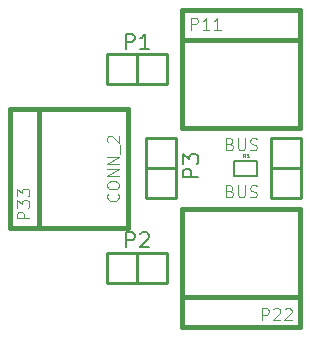
<source format=gto>
%FSLAX34Y34*%
G04 Gerber Fmt 3.4, Leading zero omitted, Abs format*
G04 (created by PCBNEW (2014-03-19 BZR 4756)-product) date Sun 06 Jul 2014 23:01:42 BST*
%MOIN*%
G01*
G70*
G90*
G04 APERTURE LIST*
%ADD10C,0.005906*%
%ADD11C,0.010000*%
%ADD12C,0.015000*%
%ADD13C,0.008000*%
%ADD14C,0.003500*%
%ADD15C,0.003000*%
G04 APERTURE END LIST*
G54D10*
G54D11*
X55775Y-44803D02*
X54775Y-44803D01*
X55775Y-43803D02*
X54775Y-43803D01*
X54775Y-43803D02*
X54775Y-44803D01*
X54775Y-44803D02*
X54775Y-45803D01*
X54775Y-45803D02*
X55775Y-45803D01*
X55775Y-45803D02*
X55775Y-43803D01*
X50314Y-40996D02*
X50314Y-41996D01*
X49314Y-40996D02*
X49314Y-41996D01*
X49314Y-41996D02*
X50314Y-41996D01*
X50314Y-41996D02*
X51314Y-41996D01*
X51314Y-41996D02*
X51314Y-40996D01*
X51314Y-40996D02*
X49314Y-40996D01*
X50314Y-47610D02*
X50314Y-48610D01*
X49314Y-47610D02*
X49314Y-48610D01*
X49314Y-48610D02*
X50314Y-48610D01*
X50314Y-48610D02*
X51314Y-48610D01*
X51314Y-48610D02*
X51314Y-47610D01*
X51314Y-47610D02*
X49314Y-47610D01*
X50602Y-44803D02*
X51602Y-44803D01*
X50602Y-45803D02*
X51602Y-45803D01*
X51602Y-45803D02*
X51602Y-44803D01*
X51602Y-44803D02*
X51602Y-43803D01*
X51602Y-43803D02*
X50602Y-43803D01*
X50602Y-43803D02*
X50602Y-45803D01*
G54D12*
X51810Y-40512D02*
X55748Y-40512D01*
X51810Y-39527D02*
X51810Y-43465D01*
X51810Y-43465D02*
X55748Y-43465D01*
X55748Y-43465D02*
X55748Y-39527D01*
X55748Y-39527D02*
X51810Y-39527D01*
X55748Y-49094D02*
X51810Y-49094D01*
X55748Y-50079D02*
X55748Y-46141D01*
X55748Y-46141D02*
X51810Y-46141D01*
X51810Y-46141D02*
X51810Y-50079D01*
X51810Y-50079D02*
X55748Y-50079D01*
X47047Y-46772D02*
X47047Y-42834D01*
X46062Y-46772D02*
X50000Y-46772D01*
X50000Y-46772D02*
X50000Y-42834D01*
X50000Y-42834D02*
X46062Y-42834D01*
X46062Y-42834D02*
X46062Y-46772D01*
G54D10*
X54320Y-44557D02*
X53553Y-44557D01*
X53553Y-44557D02*
X53553Y-45049D01*
X53553Y-45049D02*
X54320Y-45049D01*
X54320Y-45049D02*
X54320Y-44557D01*
G54D13*
X49945Y-40822D02*
X49945Y-40322D01*
X50136Y-40322D01*
X50184Y-40346D01*
X50207Y-40369D01*
X50231Y-40417D01*
X50231Y-40488D01*
X50207Y-40536D01*
X50184Y-40560D01*
X50136Y-40584D01*
X49945Y-40584D01*
X50707Y-40822D02*
X50422Y-40822D01*
X50564Y-40822D02*
X50564Y-40322D01*
X50517Y-40393D01*
X50469Y-40441D01*
X50422Y-40465D01*
X49945Y-47436D02*
X49945Y-46936D01*
X50136Y-46936D01*
X50184Y-46960D01*
X50207Y-46984D01*
X50231Y-47031D01*
X50231Y-47103D01*
X50207Y-47150D01*
X50184Y-47174D01*
X50136Y-47198D01*
X49945Y-47198D01*
X50422Y-46984D02*
X50445Y-46960D01*
X50493Y-46936D01*
X50612Y-46936D01*
X50660Y-46960D01*
X50684Y-46984D01*
X50707Y-47031D01*
X50707Y-47079D01*
X50684Y-47150D01*
X50398Y-47436D01*
X50707Y-47436D01*
X52352Y-45093D02*
X51852Y-45093D01*
X51852Y-44902D01*
X51875Y-44855D01*
X51899Y-44831D01*
X51947Y-44807D01*
X52018Y-44807D01*
X52066Y-44831D01*
X52090Y-44855D01*
X52114Y-44902D01*
X52114Y-45093D01*
X51852Y-44641D02*
X51852Y-44331D01*
X52042Y-44498D01*
X52042Y-44426D01*
X52066Y-44379D01*
X52090Y-44355D01*
X52137Y-44331D01*
X52256Y-44331D01*
X52304Y-44355D01*
X52328Y-44379D01*
X52352Y-44426D01*
X52352Y-44569D01*
X52328Y-44617D01*
X52304Y-44641D01*
G54D14*
X52112Y-40180D02*
X52112Y-39780D01*
X52265Y-39780D01*
X52303Y-39800D01*
X52322Y-39819D01*
X52341Y-39857D01*
X52341Y-39914D01*
X52322Y-39952D01*
X52303Y-39971D01*
X52265Y-39990D01*
X52112Y-39990D01*
X52722Y-40180D02*
X52493Y-40180D01*
X52607Y-40180D02*
X52607Y-39780D01*
X52569Y-39838D01*
X52531Y-39876D01*
X52493Y-39895D01*
X53103Y-40180D02*
X52874Y-40180D01*
X52988Y-40180D02*
X52988Y-39780D01*
X52950Y-39838D01*
X52912Y-39876D01*
X52874Y-39895D01*
X53408Y-43987D02*
X53465Y-44006D01*
X53484Y-44025D01*
X53503Y-44063D01*
X53503Y-44120D01*
X53484Y-44158D01*
X53465Y-44177D01*
X53427Y-44197D01*
X53274Y-44197D01*
X53274Y-43797D01*
X53408Y-43797D01*
X53446Y-43816D01*
X53465Y-43835D01*
X53484Y-43873D01*
X53484Y-43911D01*
X53465Y-43949D01*
X53446Y-43968D01*
X53408Y-43987D01*
X53274Y-43987D01*
X53674Y-43797D02*
X53674Y-44120D01*
X53693Y-44158D01*
X53712Y-44177D01*
X53750Y-44197D01*
X53827Y-44197D01*
X53865Y-44177D01*
X53884Y-44158D01*
X53903Y-44120D01*
X53903Y-43797D01*
X54074Y-44177D02*
X54131Y-44197D01*
X54227Y-44197D01*
X54265Y-44177D01*
X54284Y-44158D01*
X54303Y-44120D01*
X54303Y-44082D01*
X54284Y-44044D01*
X54265Y-44025D01*
X54227Y-44006D01*
X54150Y-43987D01*
X54112Y-43968D01*
X54093Y-43949D01*
X54074Y-43911D01*
X54074Y-43873D01*
X54093Y-43835D01*
X54112Y-43816D01*
X54150Y-43797D01*
X54246Y-43797D01*
X54303Y-43816D01*
X54474Y-49865D02*
X54474Y-49465D01*
X54627Y-49465D01*
X54665Y-49485D01*
X54684Y-49504D01*
X54703Y-49542D01*
X54703Y-49599D01*
X54684Y-49637D01*
X54665Y-49656D01*
X54627Y-49675D01*
X54474Y-49675D01*
X54855Y-49504D02*
X54874Y-49485D01*
X54913Y-49465D01*
X55008Y-49465D01*
X55046Y-49485D01*
X55065Y-49504D01*
X55084Y-49542D01*
X55084Y-49580D01*
X55065Y-49637D01*
X54836Y-49865D01*
X55084Y-49865D01*
X55236Y-49504D02*
X55255Y-49485D01*
X55293Y-49465D01*
X55389Y-49465D01*
X55427Y-49485D01*
X55446Y-49504D01*
X55465Y-49542D01*
X55465Y-49580D01*
X55446Y-49637D01*
X55217Y-49865D01*
X55465Y-49865D01*
X53408Y-45561D02*
X53465Y-45580D01*
X53484Y-45599D01*
X53503Y-45637D01*
X53503Y-45694D01*
X53484Y-45733D01*
X53465Y-45752D01*
X53427Y-45771D01*
X53274Y-45771D01*
X53274Y-45371D01*
X53408Y-45371D01*
X53446Y-45390D01*
X53465Y-45409D01*
X53484Y-45447D01*
X53484Y-45485D01*
X53465Y-45523D01*
X53446Y-45542D01*
X53408Y-45561D01*
X53274Y-45561D01*
X53674Y-45371D02*
X53674Y-45694D01*
X53693Y-45733D01*
X53712Y-45752D01*
X53750Y-45771D01*
X53827Y-45771D01*
X53865Y-45752D01*
X53884Y-45733D01*
X53903Y-45694D01*
X53903Y-45371D01*
X54074Y-45752D02*
X54131Y-45771D01*
X54227Y-45771D01*
X54265Y-45752D01*
X54284Y-45733D01*
X54303Y-45694D01*
X54303Y-45656D01*
X54284Y-45618D01*
X54265Y-45599D01*
X54227Y-45580D01*
X54150Y-45561D01*
X54112Y-45542D01*
X54093Y-45523D01*
X54074Y-45485D01*
X54074Y-45447D01*
X54093Y-45409D01*
X54112Y-45390D01*
X54150Y-45371D01*
X54246Y-45371D01*
X54303Y-45390D01*
X46716Y-46469D02*
X46316Y-46469D01*
X46316Y-46317D01*
X46335Y-46279D01*
X46354Y-46260D01*
X46392Y-46241D01*
X46449Y-46241D01*
X46487Y-46260D01*
X46506Y-46279D01*
X46525Y-46317D01*
X46525Y-46469D01*
X46316Y-46108D02*
X46316Y-45860D01*
X46468Y-45993D01*
X46468Y-45936D01*
X46487Y-45898D01*
X46506Y-45879D01*
X46544Y-45860D01*
X46640Y-45860D01*
X46678Y-45879D01*
X46697Y-45898D01*
X46716Y-45936D01*
X46716Y-46050D01*
X46697Y-46089D01*
X46678Y-46108D01*
X46316Y-45727D02*
X46316Y-45479D01*
X46468Y-45612D01*
X46468Y-45555D01*
X46487Y-45517D01*
X46506Y-45498D01*
X46544Y-45479D01*
X46640Y-45479D01*
X46678Y-45498D01*
X46697Y-45517D01*
X46716Y-45555D01*
X46716Y-45669D01*
X46697Y-45708D01*
X46678Y-45727D01*
X49670Y-45650D02*
X49689Y-45669D01*
X49708Y-45726D01*
X49708Y-45765D01*
X49689Y-45822D01*
X49651Y-45860D01*
X49613Y-45879D01*
X49537Y-45898D01*
X49479Y-45898D01*
X49403Y-45879D01*
X49365Y-45860D01*
X49327Y-45822D01*
X49308Y-45765D01*
X49308Y-45726D01*
X49327Y-45669D01*
X49346Y-45650D01*
X49308Y-45403D02*
X49308Y-45326D01*
X49327Y-45288D01*
X49365Y-45250D01*
X49441Y-45231D01*
X49575Y-45231D01*
X49651Y-45250D01*
X49689Y-45288D01*
X49708Y-45326D01*
X49708Y-45403D01*
X49689Y-45441D01*
X49651Y-45479D01*
X49575Y-45498D01*
X49441Y-45498D01*
X49365Y-45479D01*
X49327Y-45441D01*
X49308Y-45403D01*
X49708Y-45060D02*
X49308Y-45060D01*
X49708Y-44831D01*
X49308Y-44831D01*
X49708Y-44641D02*
X49308Y-44641D01*
X49708Y-44412D01*
X49308Y-44412D01*
X49746Y-44317D02*
X49746Y-44012D01*
X49346Y-43936D02*
X49327Y-43917D01*
X49308Y-43879D01*
X49308Y-43784D01*
X49327Y-43746D01*
X49346Y-43726D01*
X49384Y-43707D01*
X49422Y-43707D01*
X49479Y-43726D01*
X49708Y-43955D01*
X49708Y-43707D01*
G54D15*
X53917Y-44434D02*
X53877Y-44377D01*
X53848Y-44434D02*
X53848Y-44314D01*
X53894Y-44314D01*
X53905Y-44319D01*
X53911Y-44325D01*
X53917Y-44337D01*
X53917Y-44354D01*
X53911Y-44365D01*
X53905Y-44371D01*
X53894Y-44377D01*
X53848Y-44377D01*
X54031Y-44434D02*
X53962Y-44434D01*
X53997Y-44434D02*
X53997Y-44314D01*
X53985Y-44331D01*
X53974Y-44342D01*
X53962Y-44348D01*
M02*

</source>
